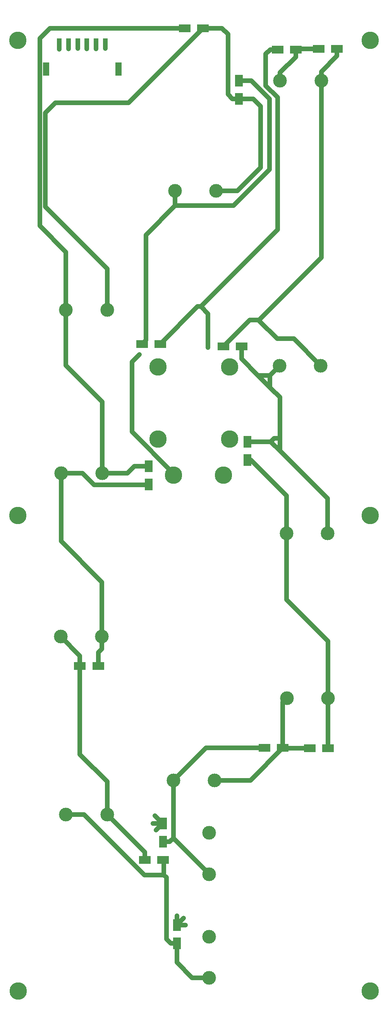
<source format=gbr>
%TF.GenerationSoftware,KiCad,Pcbnew,7.0.2-0*%
%TF.CreationDate,2024-05-08T20:31:55-07:00*%
%TF.ProjectId,new_X_Y_Panels,6e65775f-585f-4595-9f50-616e656c732e,1b*%
%TF.SameCoordinates,Original*%
%TF.FileFunction,Copper,L1,Top*%
%TF.FilePolarity,Positive*%
%FSLAX46Y46*%
G04 Gerber Fmt 4.6, Leading zero omitted, Abs format (unit mm)*
G04 Created by KiCad (PCBNEW 7.0.2-0) date 2024-05-08 20:31:55*
%MOMM*%
%LPD*%
G01*
G04 APERTURE LIST*
%TA.AperFunction,ComponentPad*%
%ADD10C,2.600000*%
%TD*%
%TA.AperFunction,ConnectorPad*%
%ADD11C,3.800000*%
%TD*%
%TA.AperFunction,ComponentPad*%
%ADD12C,3.000000*%
%TD*%
%TA.AperFunction,SMDPad,CuDef*%
%ADD13R,2.500000X1.700000*%
%TD*%
%TA.AperFunction,SMDPad,CuDef*%
%ADD14R,1.700000X2.500000*%
%TD*%
%TA.AperFunction,SMDPad,CuDef*%
%ADD15R,1.100000X1.450000*%
%TD*%
%TA.AperFunction,SMDPad,CuDef*%
%ADD16R,1.350000X2.900000*%
%TD*%
%TA.AperFunction,ViaPad*%
%ADD17C,0.800000*%
%TD*%
%TA.AperFunction,Conductor*%
%ADD18C,1.000000*%
%TD*%
%TA.AperFunction,Conductor*%
%ADD19C,0.635000*%
%TD*%
G04 APERTURE END LIST*
D10*
%TO.P,H12,1,1*%
%TO.N,GND*%
X108075000Y-129165000D03*
D11*
X108075000Y-129165000D03*
%TD*%
D12*
%TO.P,SC8,1,+*%
%TO.N,Net-(D7-A)*%
X97285000Y-96475000D03*
%TO.P,SC8,2,-*%
%TO.N,Net-(D8-A)*%
X88285000Y-96475000D03*
%TD*%
D13*
%TO.P,D14,1,K*%
%TO.N,VSOLAR*%
X62198000Y-91694000D03*
%TO.P,D14,2,A*%
%TO.N,Net-(D1-K)*%
X58198000Y-91694000D03*
%TD*%
D14*
%TO.P,D6,1,K*%
%TO.N,Net-(D5-A)*%
X65811000Y-222537000D03*
%TO.P,D6,2,A*%
%TO.N,GND*%
X65811000Y-218537000D03*
%TD*%
D12*
%TO.P,SC2,1,+*%
%TO.N,Net-(D1-A)*%
X50585000Y-84275000D03*
%TO.P,SC2,2,-*%
%TO.N,Net-(D2-A)*%
X41585000Y-84275000D03*
%TD*%
D13*
%TO.P,D4,1,K*%
%TO.N,Net-(D3-A)*%
X48635000Y-161995000D03*
%TO.P,D4,2,A*%
%TO.N,Net-(D4-A)*%
X44635000Y-161995000D03*
%TD*%
%TO.P,D2,1,K*%
%TO.N,Net-(D1-A)*%
X71545000Y-22805000D03*
%TO.P,D2,2,A*%
%TO.N,Net-(D2-A)*%
X67545000Y-22805000D03*
%TD*%
D10*
%TO.P,H8,1,1*%
%TO.N,GND*%
X31095000Y-232915000D03*
D11*
X31095000Y-232915000D03*
%TD*%
D12*
%TO.P,SC1,1,+*%
%TO.N,Net-(D1-K)*%
X65395000Y-58275000D03*
%TO.P,SC1,2,-*%
%TO.N,Net-(D1-A)*%
X74395000Y-58275000D03*
%TD*%
%TO.P,SC12,1,+*%
%TO.N,Net-(D11-A)*%
X72915000Y-207435000D03*
%TO.P,SC12,2,-*%
%TO.N,GND*%
X72915000Y-198435000D03*
%TD*%
%TO.P,SC11,1,+*%
%TO.N,Net-(D10-A)*%
X74075000Y-186925000D03*
%TO.P,SC11,2,-*%
%TO.N,Net-(D11-A)*%
X65075000Y-186925000D03*
%TD*%
D14*
%TO.P,D3,1,K*%
%TO.N,Net-(D2-A)*%
X59690000Y-118396000D03*
%TO.P,D3,2,A*%
%TO.N,Net-(D3-A)*%
X59690000Y-122396000D03*
%TD*%
D13*
%TO.P,D11,1,K*%
%TO.N,Net-(D10-A)*%
X88985000Y-179835000D03*
%TO.P,D11,2,A*%
%TO.N,Net-(D11-A)*%
X84985000Y-179835000D03*
%TD*%
%TO.P,D5,1,K*%
%TO.N,Net-(D4-A)*%
X58815000Y-204335000D03*
%TO.P,D5,2,A*%
%TO.N,Net-(D5-A)*%
X62815000Y-204335000D03*
%TD*%
D12*
%TO.P,SC9,1,+*%
%TO.N,Net-(D8-A)*%
X98805000Y-132995000D03*
%TO.P,SC9,2,-*%
%TO.N,Net-(D10-K)*%
X89805000Y-132995000D03*
%TD*%
D15*
%TO.P,J2,1,1*%
%TO.N,/VUSB_OUT*%
X40150000Y-25710000D03*
%TO.P,J2,2,2*%
%TO.N,/VUSB_BATT*%
X42150000Y-25710000D03*
%TO.P,J2,3,3*%
%TO.N,/VCHRG*%
X44150000Y-25710000D03*
%TO.P,J2,4,4*%
%TO.N,/VBATT*%
X46150000Y-25710000D03*
%TO.P,J2,5,5*%
%TO.N,/PYCUBED_GND*%
X48150000Y-25710000D03*
%TO.P,J2,6,6*%
%TO.N,/PYCUBED_GNDREF*%
X50150000Y-25710000D03*
D16*
%TO.P,J2,S1,SHIELD1*%
%TO.N,unconnected-(J2-SHIELD1-PadS1)*%
X37255000Y-31685000D03*
%TO.P,J2,S2,SHIELD2*%
%TO.N,unconnected-(J2-SHIELD2-PadS2)*%
X53045000Y-31685000D03*
%TD*%
D10*
%TO.P,H9,1,1*%
%TO.N,GND*%
X31075000Y-129155000D03*
D11*
X31075000Y-129155000D03*
%TD*%
D14*
%TO.P,D1,1,K*%
%TO.N,Net-(D1-K)*%
X79435000Y-34195000D03*
%TO.P,D1,2,A*%
%TO.N,Net-(D1-A)*%
X79435000Y-38195000D03*
%TD*%
D10*
%TO.P,H3,1,1*%
%TO.N,GND*%
X61666115Y-112421156D03*
D11*
X61666115Y-112421156D03*
%TD*%
D13*
%TO.P,D8,1,K*%
%TO.N,Net-(D7-A)*%
X75978000Y-92202000D03*
%TO.P,D8,2,A*%
%TO.N,Net-(D8-A)*%
X79978000Y-92202000D03*
%TD*%
D12*
%TO.P,SC7,1,+*%
%TO.N,Net-(D13-A)*%
X88395000Y-34205000D03*
%TO.P,SC7,2,-*%
%TO.N,Net-(D7-A)*%
X97395000Y-34205000D03*
%TD*%
D10*
%TO.P,H10,1,1*%
%TO.N,GND*%
X31085000Y-25415000D03*
D11*
X31085000Y-25415000D03*
%TD*%
D10*
%TO.P,H2,1,1*%
%TO.N,GND*%
X76045000Y-120315000D03*
D11*
X76045000Y-120315000D03*
%TD*%
D12*
%TO.P,SC6,1,+*%
%TO.N,Net-(D5-A)*%
X72915000Y-230075000D03*
%TO.P,SC6,2,-*%
%TO.N,GND*%
X72915000Y-221075000D03*
%TD*%
D10*
%TO.P,H5,1,1*%
%TO.N,GND*%
X61666115Y-96723386D03*
D11*
X61666115Y-96723386D03*
%TD*%
D12*
%TO.P,SC5,1,+*%
%TO.N,Net-(D4-A)*%
X50565000Y-194405000D03*
%TO.P,SC5,2,-*%
%TO.N,Net-(D5-A)*%
X41565000Y-194405000D03*
%TD*%
D10*
%TO.P,H7,1,1*%
%TO.N,GND*%
X108075000Y-232905000D03*
D11*
X108075000Y-232905000D03*
%TD*%
D10*
%TO.P,H4,1,1*%
%TO.N,GND*%
X77363885Y-112421156D03*
D11*
X77363885Y-112421156D03*
%TD*%
D13*
%TO.P,D13,1,K*%
%TO.N,VSOLAR*%
X87825000Y-27415000D03*
%TO.P,D13,2,A*%
%TO.N,Net-(D13-A)*%
X91825000Y-27415000D03*
%TD*%
D14*
%TO.P,D9,1,K*%
%TO.N,Net-(D8-A)*%
X81265000Y-113025000D03*
%TO.P,D9,2,A*%
%TO.N,Net-(D10-K)*%
X81265000Y-117025000D03*
%TD*%
%TO.P,D12,1,K*%
%TO.N,Net-(D11-A)*%
X62785000Y-200375000D03*
%TO.P,D12,2,A*%
%TO.N,GND*%
X62785000Y-196375000D03*
%TD*%
D10*
%TO.P,H11,1,1*%
%TO.N,GND*%
X108095000Y-25405000D03*
D11*
X108095000Y-25405000D03*
%TD*%
D12*
%TO.P,SC4,1,+*%
%TO.N,Net-(D3-A)*%
X49435000Y-155595000D03*
%TO.P,SC4,2,-*%
%TO.N,Net-(D4-A)*%
X40435000Y-155595000D03*
%TD*%
%TO.P,SC3,1,+*%
%TO.N,Net-(D2-A)*%
X49515000Y-119875000D03*
%TO.P,SC3,2,-*%
%TO.N,Net-(D3-A)*%
X40515000Y-119875000D03*
%TD*%
D13*
%TO.P,D10,1,K*%
%TO.N,Net-(D10-K)*%
X98895000Y-179925000D03*
%TO.P,D10,2,A*%
%TO.N,Net-(D10-A)*%
X94895000Y-179925000D03*
%TD*%
D12*
%TO.P,SC10,1,+*%
%TO.N,Net-(D10-K)*%
X98855000Y-169015000D03*
%TO.P,SC10,2,-*%
%TO.N,Net-(D10-A)*%
X89855000Y-169015000D03*
%TD*%
D10*
%TO.P,H6,1,1*%
%TO.N,GND*%
X77363885Y-96723386D03*
D11*
X77363885Y-96723386D03*
%TD*%
D10*
%TO.P,H1,1,1*%
%TO.N,BURN*%
X65100000Y-120315000D03*
D11*
X65100000Y-120315000D03*
%TD*%
D13*
%TO.P,D7,1,K*%
%TO.N,Net-(D13-A)*%
X96835000Y-27325000D03*
%TO.P,D7,2,A*%
%TO.N,Net-(D7-A)*%
X100835000Y-27325000D03*
%TD*%
D17*
%TO.N,VSOLAR*%
X72595000Y-92456000D03*
%TO.N,GND*%
X67735000Y-218565000D03*
X65815000Y-216525000D03*
X60565000Y-196355000D03*
X67315000Y-217035000D03*
X60995000Y-194695000D03*
X61275000Y-197825000D03*
%TO.N,BURN*%
X57658000Y-93980000D03*
%TO.N,/VUSB_OUT*%
X40145000Y-27375000D03*
%TO.N,/VUSB_BATT*%
X42175000Y-27285000D03*
%TO.N,/VCHRG*%
X44135000Y-27205000D03*
%TO.N,/VBATT*%
X46145000Y-27315000D03*
%TO.N,/PYCUBED_GND*%
X48175000Y-27285000D03*
%TO.N,/PYCUBED_GNDREF*%
X50125000Y-27185000D03*
%TD*%
D18*
%TO.N,Net-(D1-A)*%
X50585000Y-84275000D02*
X50585000Y-75255000D01*
X50585000Y-75255000D02*
X37080000Y-61750000D01*
X37080000Y-61750000D02*
X37080000Y-41240000D01*
X37080000Y-41240000D02*
X39245000Y-39075000D01*
X39245000Y-39075000D02*
X55275000Y-39075000D01*
X55275000Y-39075000D02*
X71545000Y-22805000D01*
%TO.N,VSOLAR*%
X72595000Y-92456000D02*
X72595000Y-85075000D01*
X70352786Y-83539214D02*
X62198000Y-91694000D01*
X87825000Y-66763428D02*
X71059214Y-83529214D01*
X87825000Y-27415000D02*
X86225000Y-27415000D01*
X71059214Y-83539214D02*
X70352786Y-83539214D01*
X72595000Y-85075000D02*
X71059214Y-83539214D01*
X85275000Y-35305000D02*
X87825000Y-37855000D01*
X86225000Y-27415000D02*
X85275000Y-28365000D01*
X87825000Y-37855000D02*
X87825000Y-66763428D01*
X71059214Y-83539214D02*
X71059214Y-83529214D01*
X85275000Y-28365000D02*
X85275000Y-35305000D01*
%TO.N,GND*%
X65813000Y-218537000D02*
X67315000Y-217035000D01*
X65811000Y-216529000D02*
X65815000Y-216525000D01*
X65811000Y-218537000D02*
X65811000Y-216529000D01*
X62785000Y-196375000D02*
X62675000Y-196375000D01*
X65811000Y-218537000D02*
X67707000Y-218537000D01*
X60585000Y-196375000D02*
X60565000Y-196355000D01*
X65811000Y-218537000D02*
X65813000Y-218537000D01*
X62675000Y-196375000D02*
X60995000Y-194695000D01*
X67707000Y-218537000D02*
X67735000Y-218565000D01*
X62785000Y-196375000D02*
X62725000Y-196375000D01*
X62725000Y-196375000D02*
X61275000Y-197825000D01*
X62785000Y-196375000D02*
X60585000Y-196375000D01*
%TO.N,Net-(D1-K)*%
X78205000Y-61525000D02*
X86075000Y-53655000D01*
X59035000Y-90857000D02*
X58198000Y-91694000D01*
X65395000Y-61525000D02*
X65395000Y-58275000D01*
X65395000Y-61525000D02*
X78205000Y-61525000D01*
X82065000Y-34195000D02*
X79435000Y-34195000D01*
X86075000Y-53655000D02*
X86075000Y-38205000D01*
X59035000Y-67885000D02*
X59035000Y-90857000D01*
X65395000Y-61525000D02*
X59035000Y-67885000D01*
X86075000Y-38205000D02*
X82065000Y-34195000D01*
%TO.N,Net-(D1-A)*%
X79075000Y-58275000D02*
X84165000Y-53185000D01*
X84165000Y-39805000D02*
X82555000Y-38195000D01*
X84165000Y-53185000D02*
X84165000Y-39805000D01*
X71545000Y-22805000D02*
X75685000Y-22805000D01*
X76985000Y-24105000D02*
X76985000Y-37195000D01*
X77985000Y-38195000D02*
X79435000Y-38195000D01*
X74395000Y-58275000D02*
X79075000Y-58275000D01*
X76985000Y-37195000D02*
X77985000Y-38195000D01*
X82555000Y-38195000D02*
X79435000Y-38195000D01*
X75685000Y-22805000D02*
X76985000Y-24105000D01*
%TO.N,Net-(D2-A)*%
X41585000Y-84275000D02*
X41585000Y-71635000D01*
X38115000Y-22805000D02*
X67545000Y-22805000D01*
X35880000Y-65930000D02*
X35880000Y-25040000D01*
X55035000Y-119875000D02*
X49515000Y-119875000D01*
X59690000Y-118396000D02*
X56514000Y-118396000D01*
X56514000Y-118396000D02*
X55035000Y-119875000D01*
X41585000Y-84275000D02*
X41585000Y-96405000D01*
X49515000Y-104335000D02*
X49515000Y-119875000D01*
X41585000Y-96405000D02*
X49515000Y-104335000D01*
X35880000Y-25040000D02*
X38115000Y-22805000D01*
X41585000Y-71635000D02*
X35880000Y-65930000D01*
%TO.N,Net-(D10-K)*%
X81981000Y-117025000D02*
X89805000Y-124849000D01*
X89805000Y-132995000D02*
X89805000Y-147525000D01*
X98855000Y-169015000D02*
X98855000Y-179885000D01*
X81265000Y-117025000D02*
X81981000Y-117025000D01*
X89805000Y-147525000D02*
X98855000Y-156575000D01*
X98855000Y-156575000D02*
X98855000Y-169015000D01*
X89805000Y-124849000D02*
X89805000Y-132995000D01*
X98855000Y-179885000D02*
X98895000Y-179925000D01*
%TO.N,Net-(D10-A)*%
X81895000Y-186925000D02*
X74075000Y-186925000D01*
X88985000Y-179835000D02*
X88985000Y-169885000D01*
X89075000Y-179925000D02*
X88985000Y-179835000D01*
X88985000Y-169885000D02*
X89855000Y-169015000D01*
X88985000Y-179835000D02*
X81895000Y-186925000D01*
X94895000Y-179925000D02*
X89075000Y-179925000D01*
%TO.N,Net-(D11-A)*%
X72165000Y-179835000D02*
X65075000Y-186925000D01*
X64245000Y-200375000D02*
X65075000Y-199545000D01*
X84985000Y-179835000D02*
X72165000Y-179835000D01*
X65075000Y-199545000D02*
X72915000Y-207385000D01*
X72915000Y-207385000D02*
X72915000Y-207435000D01*
X65075000Y-198085000D02*
X65075000Y-199545000D01*
X62785000Y-200375000D02*
X64245000Y-200375000D01*
X65075000Y-198085000D02*
X65075000Y-186925000D01*
%TO.N,Net-(D3-A)*%
X59690000Y-122396000D02*
X59658000Y-122428000D01*
X48635000Y-159065000D02*
X49435000Y-158265000D01*
X49435000Y-158265000D02*
X49435000Y-155595000D01*
X49435000Y-143675000D02*
X40515000Y-134755000D01*
X48635000Y-161995000D02*
X48635000Y-159065000D01*
X59658000Y-122428000D02*
X47748000Y-122428000D01*
X49435000Y-155595000D02*
X49435000Y-143675000D01*
X40515000Y-134755000D02*
X40515000Y-119875000D01*
X47748000Y-122428000D02*
X45195000Y-119875000D01*
X45195000Y-119875000D02*
X40515000Y-119875000D01*
%TO.N,Net-(D4-A)*%
X50565000Y-187195000D02*
X44635000Y-181265000D01*
X44635000Y-161995000D02*
X44635000Y-159795000D01*
X58815000Y-202655000D02*
X55900000Y-199740000D01*
X55900000Y-199740000D02*
X50565000Y-194405000D01*
X44635000Y-159795000D02*
X40435000Y-155595000D01*
X58815000Y-204335000D02*
X58815000Y-202655000D01*
X44635000Y-181265000D02*
X44635000Y-161995000D01*
X50565000Y-194405000D02*
X50565000Y-187195000D01*
%TO.N,Net-(D5-A)*%
X62992425Y-207585000D02*
X58745000Y-207585000D01*
X62992425Y-207585000D02*
X62992425Y-204512425D01*
X69185000Y-230075000D02*
X72915000Y-230075000D01*
X45565000Y-194405000D02*
X41565000Y-194405000D01*
X65811000Y-226701000D02*
X69185000Y-230075000D01*
X64527000Y-222537000D02*
X63575000Y-221585000D01*
X58745000Y-207585000D02*
X45565000Y-194405000D01*
X62992425Y-204512425D02*
X62815000Y-204335000D01*
X65811000Y-222537000D02*
X64527000Y-222537000D01*
X65811000Y-222537000D02*
X65811000Y-226701000D01*
X63575000Y-208167575D02*
X62992425Y-207585000D01*
X63575000Y-221585000D02*
X63575000Y-208167575D01*
%TO.N,Net-(D7-A)*%
X100835000Y-28845000D02*
X100835000Y-27325000D01*
X83820000Y-86430000D02*
X83820000Y-86614000D01*
X81750000Y-86430000D02*
X75978000Y-92202000D01*
X91375000Y-90565000D02*
X97285000Y-96475000D01*
X97395000Y-32285000D02*
X100835000Y-28845000D01*
X87771000Y-90565000D02*
X91375000Y-90565000D01*
X97395000Y-34205000D02*
X97395000Y-72855000D01*
X97395000Y-34205000D02*
X97395000Y-32285000D01*
X97395000Y-72855000D02*
X83820000Y-86430000D01*
X83820000Y-86614000D02*
X87771000Y-90565000D01*
X83820000Y-86430000D02*
X81750000Y-86430000D01*
%TO.N,Net-(D8-A)*%
X98805000Y-125455000D02*
X98805000Y-132995000D01*
X86360000Y-101346000D02*
X83566000Y-98552000D01*
X86375000Y-113025000D02*
X88335000Y-114985000D01*
X83566000Y-98552000D02*
X86208000Y-98552000D01*
X79978000Y-94964000D02*
X79978000Y-92202000D01*
X86208000Y-101194000D02*
X86360000Y-101346000D01*
X83566000Y-98552000D02*
X79978000Y-94964000D01*
X86208000Y-98552000D02*
X86208000Y-101194000D01*
X88335000Y-103321000D02*
X86360000Y-101346000D01*
X87132000Y-112268000D02*
X88335000Y-112268000D01*
X86375000Y-113025000D02*
X87132000Y-112268000D01*
X88335000Y-114985000D02*
X98805000Y-125455000D01*
X88335000Y-112268000D02*
X88335000Y-103321000D01*
X81265000Y-113025000D02*
X86375000Y-113025000D01*
X88335000Y-114985000D02*
X88335000Y-112268000D01*
X86208000Y-98552000D02*
X88285000Y-96475000D01*
%TO.N,BURN*%
X65100000Y-119964000D02*
X65100000Y-120315000D01*
X55995000Y-110859000D02*
X65100000Y-119964000D01*
X55995000Y-95643000D02*
X55995000Y-110859000D01*
X57658000Y-93980000D02*
X55995000Y-95643000D01*
%TO.N,Net-(D13-A)*%
X88395000Y-34205000D02*
X88395000Y-32455000D01*
X88395000Y-32455000D02*
X91825000Y-29025000D01*
X96835000Y-27325000D02*
X91915000Y-27325000D01*
X91915000Y-27325000D02*
X91825000Y-27415000D01*
X91825000Y-29025000D02*
X91825000Y-27415000D01*
%TO.N,/VUSB_OUT*%
X40150000Y-25710000D02*
X40150000Y-27370000D01*
D19*
X40150000Y-27370000D02*
X40145000Y-27375000D01*
%TO.N,/VUSB_BATT*%
X42150000Y-27260000D02*
X42175000Y-27285000D01*
D18*
X42150000Y-25710000D02*
X42150000Y-27260000D01*
D19*
%TO.N,/VCHRG*%
X44150000Y-27190000D02*
X44135000Y-27205000D01*
D18*
X44150000Y-25710000D02*
X44150000Y-27190000D01*
D19*
%TO.N,/VBATT*%
X46150000Y-27310000D02*
X46145000Y-27315000D01*
D18*
X46150000Y-25710000D02*
X46150000Y-27310000D01*
D19*
%TO.N,/PYCUBED_GND*%
X48150000Y-27260000D02*
X48175000Y-27285000D01*
D18*
X48150000Y-25710000D02*
X48150000Y-27260000D01*
D19*
%TO.N,/PYCUBED_GNDREF*%
X50150000Y-27160000D02*
X50125000Y-27185000D01*
D18*
X50150000Y-25710000D02*
X50150000Y-27160000D01*
%TD*%
M02*

</source>
